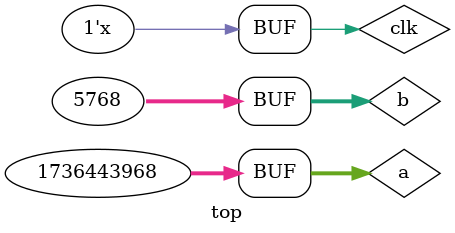
<source format=v>
/*
    Including the required modules
*/
`include "main.v"
/*
    A module that mutiplies two numbers represented in IEEE 754 format
*/
module top;

    /*
        Required registers and wires for the addition
    */
    reg [31:0] a, b;
    reg clk;
    wire [31:0] c;
    /*
        Module two multiply two numbers represented in IEEE 754 format
    */
    IEEEmultiply mul_01 (a, b, clk, c);

    always #5 clk = ~clk;

    initial begin
        clk = 1'b1;
        /*
            Infinity * Normal number
            a = inf
            b = 4.73871160175e-38
            actual product = inf
            c = inf
        */
        #0     a = 32'b01111111100000000000000000000000;   b = 32'b00000001100000010000000000000000;
        /*
            Zero * Infinity
            a = 0
            b = inf
            actual product = NaN
            c = NaN
        */
        #20    a = 32'b00000000000000000000000000000000;   b = 32'b01111111100000000000000000000000;
        /*
            Normal number * Normal number (without truncation)
            a = 2
            b = 32
            actual product = 64
            c = 64
        */
        #30    a = 32'b01000000000000000000000000000000;   b = 32'b01000010000000000000000000000000;
        /*
            Normal number * Normal number
            a = 1.32923813699e+36
            b = -3.33073482491e-23
            actual product = -4.4273398e+13
            c = -4.42733953024e+13
        */
        #25    a = 32'b01111011100000000000000001000000;   b = 32'b10011010001000010001000010000000;
        /*
            Normal number * Denormal number
            a = 1.20923019089e+24
            b = 9.41672568026e-41
            actual product = 1.1386989e-16
            c = 5.69349408237e-17
        */
        #30    a = 32'b01100111100000000000100001000000;   b = 32'b00000000000000010000011010000000;
        /*
            NaN * Normal number
            a = NaN
            b = 1.66733009839e-24
            actual product = NaN
            c = NaN
        */
        #50    a = 32'b01100111100000000000100001000000;   b = 32'b0000000000000000001011010001000;
    end

    initial begin
        $monitor($time, "\ta = %b\tb = %b\tprod = %b\t\n", a, b, c);
    end

endmodule

</source>
